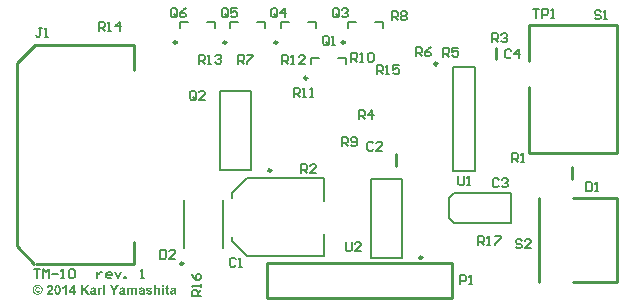
<source format=gto>
G04 Layer_Color=65535*
%FSLAX25Y25*%
%MOIN*%
G70*
G01*
G75*
%ADD21C,0.01000*%
%ADD34C,0.00984*%
%ADD35C,0.00787*%
%ADD36C,0.00500*%
G36*
X195791Y275365D02*
X195828D01*
X195920Y275356D01*
X196017Y275347D01*
X196119Y275328D01*
X196216Y275301D01*
X196258Y275287D01*
X196299Y275268D01*
X196304D01*
X196309Y275264D01*
X196332Y275250D01*
X196369Y275232D01*
X196410Y275204D01*
X196461Y275167D01*
X196507Y275125D01*
X196549Y275074D01*
X196586Y275024D01*
X196590Y275014D01*
X196599Y274996D01*
X196613Y274954D01*
X196618Y274931D01*
X196627Y274899D01*
X196636Y274867D01*
X196641Y274825D01*
X196650Y274779D01*
X196655Y274728D01*
X196660Y274672D01*
X196664Y274612D01*
X196669Y274548D01*
Y274474D01*
X196660Y273758D01*
Y273753D01*
Y273744D01*
Y273730D01*
Y273707D01*
Y273651D01*
X196664Y273587D01*
Y273513D01*
X196674Y273439D01*
X196678Y273365D01*
X196687Y273305D01*
Y273300D01*
X196692Y273282D01*
X196701Y273250D01*
X196710Y273213D01*
X196729Y273166D01*
X196747Y273115D01*
X196771Y273060D01*
X196798Y273000D01*
X196193D01*
Y273005D01*
X196188Y273009D01*
X196184Y273028D01*
X196175Y273046D01*
X196165Y273069D01*
X196156Y273102D01*
X196147Y273139D01*
X196133Y273180D01*
Y273185D01*
X196128Y273189D01*
X196124Y273208D01*
X196114Y273231D01*
X196110Y273250D01*
X196101Y273245D01*
X196082Y273226D01*
X196050Y273199D01*
X196008Y273166D01*
X195957Y273129D01*
X195902Y273088D01*
X195837Y273055D01*
X195773Y273023D01*
X195763Y273019D01*
X195740Y273014D01*
X195703Y273000D01*
X195657Y272986D01*
X195602Y272972D01*
X195537Y272963D01*
X195463Y272954D01*
X195389Y272949D01*
X195357D01*
X195329Y272954D01*
X195301D01*
X195264Y272958D01*
X195186Y272972D01*
X195093Y272995D01*
X195001Y273028D01*
X194909Y273074D01*
X194825Y273139D01*
Y273143D01*
X194816Y273148D01*
X194793Y273176D01*
X194761Y273217D01*
X194724Y273273D01*
X194687Y273342D01*
X194655Y273425D01*
X194631Y273522D01*
X194627Y273573D01*
X194622Y273628D01*
Y273638D01*
Y273661D01*
X194627Y273698D01*
X194636Y273744D01*
X194645Y273799D01*
X194659Y273855D01*
X194682Y273915D01*
X194715Y273975D01*
X194719Y273984D01*
X194733Y274003D01*
X194752Y274030D01*
X194784Y274063D01*
X194816Y274100D01*
X194862Y274141D01*
X194913Y274178D01*
X194973Y274210D01*
X194983Y274215D01*
X195006Y274224D01*
X195043Y274238D01*
X195098Y274261D01*
X195167Y274284D01*
X195250Y274307D01*
X195352Y274331D01*
X195463Y274354D01*
X195468D01*
X195482Y274358D01*
X195505Y274363D01*
X195532Y274367D01*
X195569Y274372D01*
X195611Y274381D01*
X195703Y274405D01*
X195800Y274428D01*
X195902Y274451D01*
X195990Y274478D01*
X196031Y274492D01*
X196064Y274506D01*
Y274566D01*
Y274575D01*
Y274594D01*
X196059Y274626D01*
X196054Y274668D01*
X196040Y274709D01*
X196027Y274751D01*
X196004Y274788D01*
X195971Y274820D01*
X195967Y274825D01*
X195953Y274834D01*
X195930Y274843D01*
X195897Y274862D01*
X195851Y274876D01*
X195796Y274885D01*
X195726Y274894D01*
X195643Y274899D01*
X195615D01*
X195588Y274894D01*
X195551Y274890D01*
X195509Y274880D01*
X195463Y274871D01*
X195421Y274853D01*
X195385Y274830D01*
X195380Y274825D01*
X195371Y274816D01*
X195352Y274802D01*
X195334Y274779D01*
X195306Y274746D01*
X195283Y274705D01*
X195260Y274659D01*
X195237Y274603D01*
X194687Y274705D01*
Y274709D01*
X194692Y274719D01*
X194696Y274737D01*
X194705Y274760D01*
X194715Y274788D01*
X194728Y274820D01*
X194761Y274894D01*
X194807Y274973D01*
X194862Y275056D01*
X194927Y275134D01*
X195006Y275204D01*
X195010D01*
X195015Y275213D01*
X195029Y275218D01*
X195047Y275232D01*
X195075Y275241D01*
X195103Y275255D01*
X195140Y275273D01*
X195177Y275287D01*
X195223Y275301D01*
X195274Y275319D01*
X195329Y275333D01*
X195394Y275342D01*
X195458Y275356D01*
X195532Y275361D01*
X195606Y275370D01*
X195759D01*
X195791Y275365D01*
D02*
G37*
G36*
X199621Y273000D02*
X199007D01*
Y276197D01*
X199621D01*
Y273000D01*
D02*
G37*
G36*
X186782D02*
X186168D01*
Y275315D01*
X186163Y275310D01*
X186154Y275301D01*
X186135Y275287D01*
X186108Y275264D01*
X186075Y275236D01*
X186038Y275208D01*
X185992Y275176D01*
X185941Y275139D01*
X185886Y275102D01*
X185826Y275065D01*
X185761Y275024D01*
X185692Y274987D01*
X185544Y274917D01*
X185378Y274853D01*
Y275407D01*
X185382D01*
X185387Y275412D01*
X185401Y275416D01*
X185419Y275421D01*
X185465Y275444D01*
X185530Y275472D01*
X185609Y275509D01*
X185696Y275559D01*
X185793Y275624D01*
X185895Y275698D01*
X185900Y275703D01*
X185909Y275707D01*
X185923Y275721D01*
X185941Y275740D01*
X185992Y275786D01*
X186047Y275846D01*
X186112Y275920D01*
X186177Y276012D01*
X186237Y276109D01*
X186283Y276216D01*
X186782D01*
Y273000D01*
D02*
G37*
G36*
X189499Y274178D02*
X189896D01*
Y273642D01*
X189499D01*
Y273000D01*
X188907D01*
Y273642D01*
X187595D01*
Y274173D01*
X188981Y276211D01*
X189499D01*
Y274178D01*
D02*
G37*
G36*
X222370Y275365D02*
X222407D01*
X222499Y275356D01*
X222596Y275347D01*
X222698Y275328D01*
X222795Y275301D01*
X222836Y275287D01*
X222878Y275268D01*
X222883D01*
X222887Y275264D01*
X222910Y275250D01*
X222947Y275232D01*
X222989Y275204D01*
X223040Y275167D01*
X223086Y275125D01*
X223128Y275074D01*
X223165Y275024D01*
X223169Y275014D01*
X223178Y274996D01*
X223192Y274954D01*
X223197Y274931D01*
X223206Y274899D01*
X223215Y274867D01*
X223220Y274825D01*
X223229Y274779D01*
X223234Y274728D01*
X223238Y274672D01*
X223243Y274612D01*
X223248Y274548D01*
Y274474D01*
X223238Y273758D01*
Y273753D01*
Y273744D01*
Y273730D01*
Y273707D01*
Y273651D01*
X223243Y273587D01*
Y273513D01*
X223252Y273439D01*
X223257Y273365D01*
X223266Y273305D01*
Y273300D01*
X223271Y273282D01*
X223280Y273250D01*
X223289Y273213D01*
X223308Y273166D01*
X223326Y273115D01*
X223349Y273060D01*
X223377Y273000D01*
X222772D01*
Y273005D01*
X222767Y273009D01*
X222763Y273028D01*
X222753Y273046D01*
X222744Y273069D01*
X222735Y273102D01*
X222726Y273139D01*
X222712Y273180D01*
Y273185D01*
X222707Y273189D01*
X222703Y273208D01*
X222693Y273231D01*
X222689Y273250D01*
X222679Y273245D01*
X222661Y273226D01*
X222629Y273199D01*
X222587Y273166D01*
X222536Y273129D01*
X222481Y273088D01*
X222416Y273055D01*
X222351Y273023D01*
X222342Y273019D01*
X222319Y273014D01*
X222282Y273000D01*
X222236Y272986D01*
X222181Y272972D01*
X222116Y272963D01*
X222042Y272954D01*
X221968Y272949D01*
X221936D01*
X221908Y272954D01*
X221880D01*
X221843Y272958D01*
X221765Y272972D01*
X221672Y272995D01*
X221580Y273028D01*
X221487Y273074D01*
X221404Y273139D01*
Y273143D01*
X221395Y273148D01*
X221372Y273176D01*
X221340Y273217D01*
X221303Y273273D01*
X221266Y273342D01*
X221233Y273425D01*
X221210Y273522D01*
X221206Y273573D01*
X221201Y273628D01*
Y273638D01*
Y273661D01*
X221206Y273698D01*
X221215Y273744D01*
X221224Y273799D01*
X221238Y273855D01*
X221261Y273915D01*
X221293Y273975D01*
X221298Y273984D01*
X221312Y274003D01*
X221330Y274030D01*
X221363Y274063D01*
X221395Y274100D01*
X221441Y274141D01*
X221492Y274178D01*
X221552Y274210D01*
X221561Y274215D01*
X221585Y274224D01*
X221621Y274238D01*
X221677Y274261D01*
X221746Y274284D01*
X221829Y274307D01*
X221931Y274331D01*
X222042Y274354D01*
X222046D01*
X222060Y274358D01*
X222083Y274363D01*
X222111Y274367D01*
X222148Y274372D01*
X222190Y274381D01*
X222282Y274405D01*
X222379Y274428D01*
X222481Y274451D01*
X222569Y274478D01*
X222610Y274492D01*
X222642Y274506D01*
Y274566D01*
Y274575D01*
Y274594D01*
X222638Y274626D01*
X222633Y274668D01*
X222619Y274709D01*
X222605Y274751D01*
X222582Y274788D01*
X222550Y274820D01*
X222546Y274825D01*
X222532Y274834D01*
X222509Y274843D01*
X222476Y274862D01*
X222430Y274876D01*
X222375Y274885D01*
X222305Y274894D01*
X222222Y274899D01*
X222194D01*
X222167Y274894D01*
X222130Y274890D01*
X222088Y274880D01*
X222042Y274871D01*
X222000Y274853D01*
X221963Y274830D01*
X221959Y274825D01*
X221950Y274816D01*
X221931Y274802D01*
X221913Y274779D01*
X221885Y274746D01*
X221862Y274705D01*
X221839Y274659D01*
X221815Y274603D01*
X221266Y274705D01*
Y274709D01*
X221270Y274719D01*
X221275Y274737D01*
X221284Y274760D01*
X221293Y274788D01*
X221307Y274820D01*
X221340Y274894D01*
X221386Y274973D01*
X221441Y275056D01*
X221506Y275134D01*
X221585Y275204D01*
X221589D01*
X221594Y275213D01*
X221608Y275218D01*
X221626Y275232D01*
X221654Y275241D01*
X221681Y275255D01*
X221719Y275273D01*
X221755Y275287D01*
X221802Y275301D01*
X221852Y275319D01*
X221908Y275333D01*
X221973Y275342D01*
X222037Y275356D01*
X222111Y275361D01*
X222185Y275370D01*
X222338D01*
X222370Y275365D01*
D02*
G37*
G36*
X211938D02*
X211975D01*
X212067Y275356D01*
X212164Y275347D01*
X212266Y275328D01*
X212363Y275301D01*
X212405Y275287D01*
X212446Y275268D01*
X212451D01*
X212455Y275264D01*
X212478Y275250D01*
X212515Y275232D01*
X212557Y275204D01*
X212608Y275167D01*
X212654Y275125D01*
X212696Y275074D01*
X212733Y275024D01*
X212737Y275014D01*
X212746Y274996D01*
X212760Y274954D01*
X212765Y274931D01*
X212774Y274899D01*
X212783Y274867D01*
X212788Y274825D01*
X212797Y274779D01*
X212802Y274728D01*
X212807Y274672D01*
X212811Y274612D01*
X212816Y274548D01*
Y274474D01*
X212807Y273758D01*
Y273753D01*
Y273744D01*
Y273730D01*
Y273707D01*
Y273651D01*
X212811Y273587D01*
Y273513D01*
X212820Y273439D01*
X212825Y273365D01*
X212834Y273305D01*
Y273300D01*
X212839Y273282D01*
X212848Y273250D01*
X212857Y273213D01*
X212876Y273166D01*
X212894Y273115D01*
X212917Y273060D01*
X212945Y273000D01*
X212340D01*
Y273005D01*
X212335Y273009D01*
X212331Y273028D01*
X212321Y273046D01*
X212312Y273069D01*
X212303Y273102D01*
X212294Y273139D01*
X212280Y273180D01*
Y273185D01*
X212275Y273189D01*
X212271Y273208D01*
X212261Y273231D01*
X212257Y273250D01*
X212247Y273245D01*
X212229Y273226D01*
X212197Y273199D01*
X212155Y273166D01*
X212104Y273129D01*
X212049Y273088D01*
X211984Y273055D01*
X211919Y273023D01*
X211910Y273019D01*
X211887Y273014D01*
X211850Y273000D01*
X211804Y272986D01*
X211749Y272972D01*
X211684Y272963D01*
X211610Y272954D01*
X211536Y272949D01*
X211504D01*
X211476Y272954D01*
X211448D01*
X211411Y272958D01*
X211333Y272972D01*
X211240Y272995D01*
X211148Y273028D01*
X211055Y273074D01*
X210972Y273139D01*
Y273143D01*
X210963Y273148D01*
X210940Y273176D01*
X210908Y273217D01*
X210871Y273273D01*
X210834Y273342D01*
X210801Y273425D01*
X210778Y273522D01*
X210774Y273573D01*
X210769Y273628D01*
Y273638D01*
Y273661D01*
X210774Y273698D01*
X210783Y273744D01*
X210792Y273799D01*
X210806Y273855D01*
X210829Y273915D01*
X210861Y273975D01*
X210866Y273984D01*
X210880Y274003D01*
X210898Y274030D01*
X210931Y274063D01*
X210963Y274100D01*
X211009Y274141D01*
X211060Y274178D01*
X211120Y274210D01*
X211129Y274215D01*
X211153Y274224D01*
X211190Y274238D01*
X211245Y274261D01*
X211314Y274284D01*
X211397Y274307D01*
X211499Y274331D01*
X211610Y274354D01*
X211614D01*
X211628Y274358D01*
X211651Y274363D01*
X211679Y274367D01*
X211716Y274372D01*
X211758Y274381D01*
X211850Y274405D01*
X211947Y274428D01*
X212049Y274451D01*
X212137Y274478D01*
X212178Y274492D01*
X212210Y274506D01*
Y274566D01*
Y274575D01*
Y274594D01*
X212206Y274626D01*
X212201Y274668D01*
X212187Y274709D01*
X212174Y274751D01*
X212151Y274788D01*
X212118Y274820D01*
X212113Y274825D01*
X212100Y274834D01*
X212076Y274843D01*
X212044Y274862D01*
X211998Y274876D01*
X211943Y274885D01*
X211873Y274894D01*
X211790Y274899D01*
X211762D01*
X211735Y274894D01*
X211698Y274890D01*
X211656Y274880D01*
X211610Y274871D01*
X211568Y274853D01*
X211531Y274830D01*
X211527Y274825D01*
X211518Y274816D01*
X211499Y274802D01*
X211481Y274779D01*
X211453Y274746D01*
X211430Y274705D01*
X211407Y274659D01*
X211384Y274603D01*
X210834Y274705D01*
Y274709D01*
X210838Y274719D01*
X210843Y274737D01*
X210852Y274760D01*
X210861Y274788D01*
X210875Y274820D01*
X210908Y274894D01*
X210954Y274973D01*
X211009Y275056D01*
X211074Y275134D01*
X211153Y275204D01*
X211157D01*
X211162Y275213D01*
X211176Y275218D01*
X211194Y275232D01*
X211222Y275241D01*
X211250Y275255D01*
X211286Y275273D01*
X211323Y275287D01*
X211370Y275301D01*
X211420Y275319D01*
X211476Y275333D01*
X211541Y275342D01*
X211605Y275356D01*
X211679Y275361D01*
X211753Y275370D01*
X211906D01*
X211938Y275365D01*
D02*
G37*
G36*
X205479D02*
X205516D01*
X205609Y275356D01*
X205706Y275347D01*
X205807Y275328D01*
X205904Y275301D01*
X205946Y275287D01*
X205987Y275268D01*
X205992D01*
X205997Y275264D01*
X206020Y275250D01*
X206057Y275232D01*
X206098Y275204D01*
X206149Y275167D01*
X206195Y275125D01*
X206237Y275074D01*
X206274Y275024D01*
X206278Y275014D01*
X206288Y274996D01*
X206301Y274954D01*
X206306Y274931D01*
X206315Y274899D01*
X206325Y274867D01*
X206329Y274825D01*
X206339Y274779D01*
X206343Y274728D01*
X206348Y274672D01*
X206352Y274612D01*
X206357Y274548D01*
Y274474D01*
X206348Y273758D01*
Y273753D01*
Y273744D01*
Y273730D01*
Y273707D01*
Y273651D01*
X206352Y273587D01*
Y273513D01*
X206362Y273439D01*
X206366Y273365D01*
X206376Y273305D01*
Y273300D01*
X206380Y273282D01*
X206389Y273250D01*
X206399Y273213D01*
X206417Y273166D01*
X206435Y273115D01*
X206459Y273060D01*
X206486Y273000D01*
X205881D01*
Y273005D01*
X205876Y273009D01*
X205872Y273028D01*
X205863Y273046D01*
X205853Y273069D01*
X205844Y273102D01*
X205835Y273139D01*
X205821Y273180D01*
Y273185D01*
X205816Y273189D01*
X205812Y273208D01*
X205803Y273231D01*
X205798Y273250D01*
X205789Y273245D01*
X205770Y273226D01*
X205738Y273199D01*
X205696Y273166D01*
X205645Y273129D01*
X205590Y273088D01*
X205525Y273055D01*
X205461Y273023D01*
X205451Y273019D01*
X205428Y273014D01*
X205391Y273000D01*
X205345Y272986D01*
X205290Y272972D01*
X205225Y272963D01*
X205151Y272954D01*
X205077Y272949D01*
X205045D01*
X205017Y272954D01*
X204990D01*
X204953Y272958D01*
X204874Y272972D01*
X204782Y272995D01*
X204689Y273028D01*
X204597Y273074D01*
X204514Y273139D01*
Y273143D01*
X204504Y273148D01*
X204481Y273176D01*
X204449Y273217D01*
X204412Y273273D01*
X204375Y273342D01*
X204343Y273425D01*
X204320Y273522D01*
X204315Y273573D01*
X204310Y273628D01*
Y273638D01*
Y273661D01*
X204315Y273698D01*
X204324Y273744D01*
X204333Y273799D01*
X204347Y273855D01*
X204370Y273915D01*
X204403Y273975D01*
X204407Y273984D01*
X204421Y274003D01*
X204440Y274030D01*
X204472Y274063D01*
X204504Y274100D01*
X204551Y274141D01*
X204601Y274178D01*
X204661Y274210D01*
X204671Y274215D01*
X204694Y274224D01*
X204731Y274238D01*
X204786Y274261D01*
X204855Y274284D01*
X204939Y274307D01*
X205040Y274331D01*
X205151Y274354D01*
X205156D01*
X205170Y274358D01*
X205193Y274363D01*
X205221Y274367D01*
X205257Y274372D01*
X205299Y274381D01*
X205391Y274405D01*
X205488Y274428D01*
X205590Y274451D01*
X205678Y274478D01*
X205719Y274492D01*
X205752Y274506D01*
Y274566D01*
Y274575D01*
Y274594D01*
X205747Y274626D01*
X205743Y274668D01*
X205729Y274709D01*
X205715Y274751D01*
X205692Y274788D01*
X205659Y274820D01*
X205655Y274825D01*
X205641Y274834D01*
X205618Y274843D01*
X205585Y274862D01*
X205539Y274876D01*
X205484Y274885D01*
X205415Y274894D01*
X205331Y274899D01*
X205304D01*
X205276Y274894D01*
X205239Y274890D01*
X205197Y274880D01*
X205151Y274871D01*
X205110Y274853D01*
X205073Y274830D01*
X205068Y274825D01*
X205059Y274816D01*
X205040Y274802D01*
X205022Y274779D01*
X204994Y274746D01*
X204971Y274705D01*
X204948Y274659D01*
X204925Y274603D01*
X204375Y274705D01*
Y274709D01*
X204380Y274719D01*
X204384Y274737D01*
X204394Y274760D01*
X204403Y274788D01*
X204417Y274820D01*
X204449Y274894D01*
X204495Y274973D01*
X204551Y275056D01*
X204615Y275134D01*
X204694Y275204D01*
X204698D01*
X204703Y275213D01*
X204717Y275218D01*
X204735Y275232D01*
X204763Y275241D01*
X204791Y275255D01*
X204828Y275273D01*
X204865Y275287D01*
X204911Y275301D01*
X204962Y275319D01*
X205017Y275333D01*
X205082Y275342D01*
X205147Y275356D01*
X205221Y275361D01*
X205294Y275370D01*
X205447D01*
X205479Y275365D01*
D02*
G37*
G36*
X219247Y273000D02*
X218632D01*
Y275319D01*
X219247D01*
Y273000D01*
D02*
G37*
G36*
X216512Y275014D02*
X216516Y275019D01*
X216526Y275028D01*
X216544Y275047D01*
X216563Y275070D01*
X216595Y275097D01*
X216627Y275125D01*
X216669Y275157D01*
X216710Y275195D01*
X216761Y275227D01*
X216817Y275259D01*
X216937Y275315D01*
X217002Y275338D01*
X217071Y275356D01*
X217145Y275365D01*
X217219Y275370D01*
X217256D01*
X217297Y275365D01*
X217348Y275361D01*
X217408Y275352D01*
X217468Y275333D01*
X217537Y275315D01*
X217602Y275287D01*
X217611Y275282D01*
X217630Y275273D01*
X217662Y275255D01*
X217699Y275232D01*
X217741Y275204D01*
X217782Y275171D01*
X217824Y275130D01*
X217861Y275088D01*
X217865Y275084D01*
X217875Y275065D01*
X217888Y275042D01*
X217907Y275010D01*
X217930Y274968D01*
X217949Y274922D01*
X217967Y274871D01*
X217981Y274816D01*
Y274811D01*
X217986Y274788D01*
X217990Y274751D01*
X217999Y274705D01*
X218004Y274640D01*
X218009Y274562D01*
X218013Y274469D01*
Y274358D01*
Y273000D01*
X217399D01*
Y274220D01*
Y274224D01*
Y274234D01*
Y274252D01*
Y274280D01*
Y274307D01*
Y274340D01*
X217394Y274414D01*
X217389Y274492D01*
X217385Y274571D01*
X217376Y274636D01*
X217366Y274659D01*
X217362Y274682D01*
Y274686D01*
X217353Y274700D01*
X217343Y274714D01*
X217334Y274737D01*
X217292Y274788D01*
X217269Y274816D01*
X217237Y274839D01*
X217232Y274843D01*
X217223Y274848D01*
X217200Y274857D01*
X217177Y274871D01*
X217145Y274880D01*
X217108Y274890D01*
X217061Y274894D01*
X217015Y274899D01*
X216988D01*
X216960Y274894D01*
X216923Y274890D01*
X216881Y274880D01*
X216835Y274867D01*
X216789Y274848D01*
X216743Y274820D01*
X216738Y274816D01*
X216724Y274806D01*
X216701Y274788D01*
X216678Y274765D01*
X216646Y274732D01*
X216618Y274695D01*
X216590Y274649D01*
X216567Y274599D01*
Y274594D01*
X216558Y274571D01*
X216549Y274538D01*
X216540Y274488D01*
X216530Y274428D01*
X216521Y274349D01*
X216516Y274261D01*
X216512Y274160D01*
Y273000D01*
X215897D01*
Y276197D01*
X216512D01*
Y275014D01*
D02*
G37*
G36*
X181377Y276211D02*
X181418Y276206D01*
X181464Y276202D01*
X181515Y276192D01*
X181571Y276183D01*
X181691Y276151D01*
X181811Y276105D01*
X181876Y276077D01*
X181931Y276045D01*
X181991Y276003D01*
X182042Y275957D01*
X182046Y275952D01*
X182056Y275948D01*
X182065Y275929D01*
X182083Y275911D01*
X182107Y275887D01*
X182130Y275855D01*
X182153Y275823D01*
X182181Y275781D01*
X182227Y275689D01*
X182273Y275583D01*
X182291Y275522D01*
X182301Y275458D01*
X182310Y275389D01*
X182315Y275319D01*
Y275310D01*
Y275282D01*
X182310Y275241D01*
X182305Y275190D01*
X182296Y275125D01*
X182282Y275056D01*
X182264Y274982D01*
X182236Y274908D01*
X182231Y274899D01*
X182222Y274876D01*
X182204Y274834D01*
X182176Y274783D01*
X182144Y274723D01*
X182102Y274654D01*
X182051Y274580D01*
X181991Y274501D01*
X181986Y274497D01*
X181968Y274474D01*
X181940Y274441D01*
X181899Y274395D01*
X181843Y274340D01*
X181774Y274266D01*
X181691Y274187D01*
X181589Y274090D01*
X181585Y274086D01*
X181575Y274081D01*
X181561Y274067D01*
X181543Y274049D01*
X181492Y274003D01*
X181432Y273947D01*
X181372Y273887D01*
X181312Y273827D01*
X181256Y273776D01*
X181238Y273753D01*
X181220Y273735D01*
X181215Y273730D01*
X181206Y273721D01*
X181192Y273702D01*
X181173Y273679D01*
X181132Y273628D01*
X181095Y273568D01*
X182315D01*
Y273000D01*
X180166D01*
Y273005D01*
Y273014D01*
X180171Y273032D01*
X180175Y273055D01*
X180180Y273083D01*
X180185Y273115D01*
X180203Y273199D01*
X180231Y273291D01*
X180268Y273393D01*
X180314Y273504D01*
X180374Y273610D01*
Y273615D01*
X180383Y273624D01*
X180393Y273642D01*
X180411Y273661D01*
X180429Y273693D01*
X180457Y273725D01*
X180490Y273767D01*
X180527Y273813D01*
X180568Y273869D01*
X180619Y273924D01*
X180674Y273989D01*
X180739Y274058D01*
X180808Y274127D01*
X180887Y274206D01*
X180970Y274289D01*
X181062Y274377D01*
X181067Y274381D01*
X181081Y274395D01*
X181099Y274414D01*
X181127Y274441D01*
X181164Y274469D01*
X181201Y274506D01*
X181284Y274589D01*
X181367Y274677D01*
X181451Y274765D01*
X181488Y274802D01*
X181525Y274843D01*
X181552Y274876D01*
X181571Y274903D01*
X181575Y274913D01*
X181589Y274936D01*
X181612Y274973D01*
X181635Y275024D01*
X181658Y275079D01*
X181682Y275144D01*
X181695Y275208D01*
X181700Y275278D01*
Y275282D01*
Y275287D01*
Y275310D01*
X181695Y275352D01*
X181686Y275398D01*
X181672Y275449D01*
X181654Y275499D01*
X181626Y275550D01*
X181589Y275596D01*
X181585Y275601D01*
X181571Y275615D01*
X181543Y275633D01*
X181511Y275652D01*
X181464Y275670D01*
X181414Y275689D01*
X181353Y275703D01*
X181284Y275707D01*
X181252D01*
X181215Y275703D01*
X181173Y275693D01*
X181123Y275680D01*
X181072Y275657D01*
X181021Y275629D01*
X180975Y275592D01*
X180970Y275587D01*
X180956Y275569D01*
X180938Y275541D01*
X180919Y275499D01*
X180896Y275449D01*
X180878Y275379D01*
X180859Y275301D01*
X180850Y275208D01*
X180240Y275268D01*
Y275273D01*
X180245Y275291D01*
Y275315D01*
X180254Y275352D01*
X180259Y275393D01*
X180272Y275439D01*
X180286Y275490D01*
X180300Y275550D01*
X180346Y275666D01*
X180402Y275786D01*
X180439Y275846D01*
X180480Y275901D01*
X180527Y275948D01*
X180577Y275994D01*
X180582Y275998D01*
X180591Y276003D01*
X180605Y276012D01*
X180628Y276031D01*
X180656Y276045D01*
X180693Y276063D01*
X180730Y276086D01*
X180776Y276105D01*
X180827Y276128D01*
X180882Y276146D01*
X181002Y276183D01*
X181146Y276206D01*
X181220Y276211D01*
X181298Y276216D01*
X181344D01*
X181377Y276211D01*
D02*
G37*
G36*
X198415Y275365D02*
X198466Y275356D01*
X198531Y275342D01*
X198600Y275319D01*
X198669Y275291D01*
X198743Y275250D01*
X198549Y274719D01*
X198545Y274723D01*
X198521Y274732D01*
X198494Y274751D01*
X198457Y274769D01*
X198411Y274788D01*
X198364Y274806D01*
X198314Y274816D01*
X198263Y274820D01*
X198244D01*
X198216Y274816D01*
X198189Y274811D01*
X198156Y274802D01*
X198119Y274788D01*
X198083Y274769D01*
X198046Y274746D01*
X198041Y274742D01*
X198032Y274732D01*
X198013Y274714D01*
X197995Y274686D01*
X197972Y274654D01*
X197949Y274608D01*
X197925Y274552D01*
X197907Y274488D01*
Y274478D01*
X197902Y274465D01*
X197898Y274451D01*
Y274428D01*
X197893Y274400D01*
X197889Y274363D01*
X197884Y274321D01*
X197879Y274275D01*
X197875Y274215D01*
X197870Y274155D01*
Y274081D01*
X197865Y274003D01*
X197861Y273915D01*
Y273818D01*
Y273711D01*
Y273000D01*
X197246D01*
Y275319D01*
X197815D01*
Y274991D01*
X197819Y274996D01*
X197838Y275024D01*
X197865Y275065D01*
X197902Y275116D01*
X197939Y275167D01*
X197985Y275218D01*
X198027Y275264D01*
X198073Y275296D01*
X198078Y275301D01*
X198092Y275310D01*
X198119Y275319D01*
X198152Y275333D01*
X198189Y275347D01*
X198235Y275361D01*
X198281Y275365D01*
X198337Y275370D01*
X198374D01*
X198415Y275365D01*
D02*
G37*
G36*
X202984Y274340D02*
Y273000D01*
X202338D01*
Y274344D01*
X201169Y276197D01*
X201922D01*
X202675Y274931D01*
X203409Y276197D01*
X204153D01*
X202984Y274340D01*
D02*
G37*
G36*
X219247Y275629D02*
X218632D01*
Y276197D01*
X219247D01*
Y275629D01*
D02*
G37*
G36*
X209651Y275365D02*
X209711Y275356D01*
X209780Y275342D01*
X209850Y275324D01*
X209924Y275301D01*
X209993Y275264D01*
X210002Y275259D01*
X210021Y275245D01*
X210053Y275222D01*
X210095Y275190D01*
X210136Y275144D01*
X210182Y275093D01*
X210224Y275033D01*
X210261Y274959D01*
X210265Y274954D01*
X210270Y274931D01*
X210279Y274894D01*
X210293Y274843D01*
X210307Y274779D01*
X210316Y274695D01*
X210321Y274594D01*
X210326Y274478D01*
Y273000D01*
X209711D01*
Y274321D01*
Y274326D01*
Y274335D01*
Y274354D01*
Y274377D01*
X209706Y274437D01*
X209702Y274506D01*
X209697Y274580D01*
X209683Y274654D01*
X209669Y274719D01*
X209656Y274742D01*
X209646Y274765D01*
X209642Y274769D01*
X209628Y274788D01*
X209610Y274806D01*
X209582Y274834D01*
X209545Y274857D01*
X209499Y274880D01*
X209443Y274894D01*
X209383Y274899D01*
X209360D01*
X209337Y274894D01*
X209304Y274890D01*
X209268Y274880D01*
X209226Y274867D01*
X209180Y274848D01*
X209138Y274820D01*
X209134Y274816D01*
X209120Y274806D01*
X209101Y274788D01*
X209078Y274760D01*
X209050Y274728D01*
X209023Y274691D01*
X209000Y274645D01*
X208977Y274589D01*
Y274580D01*
X208967Y274562D01*
X208963Y274525D01*
X208953Y274474D01*
X208944Y274405D01*
X208940Y274321D01*
X208930Y274224D01*
Y274109D01*
Y273000D01*
X208316D01*
Y274266D01*
Y274271D01*
Y274280D01*
Y274298D01*
Y274321D01*
Y274377D01*
X208311Y274446D01*
X208307Y274520D01*
X208302Y274589D01*
X208293Y274654D01*
X208283Y274682D01*
X208279Y274700D01*
Y274705D01*
X208274Y274719D01*
X208265Y274737D01*
X208256Y274756D01*
X208224Y274806D01*
X208200Y274830D01*
X208177Y274848D01*
X208173Y274853D01*
X208163Y274857D01*
X208150Y274867D01*
X208131Y274876D01*
X208103Y274885D01*
X208071Y274890D01*
X208034Y274899D01*
X207969D01*
X207942Y274894D01*
X207909Y274890D01*
X207868Y274880D01*
X207826Y274867D01*
X207785Y274848D01*
X207738Y274820D01*
X207734Y274816D01*
X207720Y274806D01*
X207701Y274788D01*
X207678Y274765D01*
X207651Y274732D01*
X207623Y274695D01*
X207600Y274649D01*
X207577Y274599D01*
Y274594D01*
X207567Y274571D01*
X207563Y274534D01*
X207554Y274488D01*
X207544Y274418D01*
X207540Y274340D01*
X207530Y274238D01*
Y274123D01*
Y273000D01*
X206916D01*
Y275319D01*
X207480D01*
Y275001D01*
X207484Y275005D01*
X207493Y275014D01*
X207512Y275033D01*
X207535Y275061D01*
X207563Y275088D01*
X207595Y275116D01*
X207637Y275153D01*
X207683Y275185D01*
X207734Y275218D01*
X207789Y275255D01*
X207909Y275315D01*
X207979Y275338D01*
X208048Y275356D01*
X208122Y275365D01*
X208200Y275370D01*
X208237D01*
X208279Y275365D01*
X208330Y275361D01*
X208390Y275347D01*
X208454Y275333D01*
X208519Y275310D01*
X208584Y275278D01*
X208593Y275273D01*
X208611Y275259D01*
X208644Y275241D01*
X208681Y275208D01*
X208722Y275167D01*
X208769Y275121D01*
X208815Y275061D01*
X208856Y274996D01*
X208866Y275005D01*
X208884Y275028D01*
X208912Y275061D01*
X208953Y275102D01*
X209004Y275148D01*
X209060Y275195D01*
X209120Y275241D01*
X209184Y275278D01*
X209194Y275282D01*
X209217Y275291D01*
X209254Y275305D01*
X209300Y275324D01*
X209355Y275342D01*
X209420Y275356D01*
X209489Y275365D01*
X209563Y275370D01*
X209605D01*
X209651Y275365D01*
D02*
G37*
G36*
X177246Y276257D02*
X177283D01*
X177330Y276253D01*
X177380Y276243D01*
X177436Y276234D01*
X177560Y276211D01*
X177699Y276169D01*
X177847Y276118D01*
X177921Y276081D01*
X177995Y276045D01*
X177999Y276040D01*
X178013Y276035D01*
X178032Y276022D01*
X178059Y276003D01*
X178092Y275980D01*
X178133Y275957D01*
X178175Y275924D01*
X178221Y275887D01*
X178272Y275846D01*
X178323Y275800D01*
X178425Y275693D01*
X178526Y275569D01*
X178619Y275426D01*
X178623Y275421D01*
X178628Y275407D01*
X178642Y275384D01*
X178656Y275356D01*
X178669Y275319D01*
X178692Y275278D01*
X178711Y275227D01*
X178734Y275171D01*
X178753Y275111D01*
X178776Y275047D01*
X178808Y274903D01*
X178836Y274751D01*
X178840Y274672D01*
X178845Y274589D01*
Y274585D01*
Y274571D01*
Y274548D01*
X178840Y274515D01*
Y274478D01*
X178836Y274432D01*
X178826Y274381D01*
X178817Y274321D01*
X178803Y274261D01*
X178789Y274197D01*
X178753Y274053D01*
X178697Y273905D01*
X178660Y273832D01*
X178623Y273758D01*
X178619Y273753D01*
X178614Y273739D01*
X178600Y273721D01*
X178582Y273693D01*
X178558Y273661D01*
X178531Y273619D01*
X178498Y273577D01*
X178461Y273531D01*
X178420Y273481D01*
X178374Y273434D01*
X178267Y273328D01*
X178143Y273231D01*
X178004Y273139D01*
X177999D01*
X177986Y273129D01*
X177963Y273120D01*
X177935Y273106D01*
X177898Y273088D01*
X177856Y273069D01*
X177805Y273051D01*
X177750Y273032D01*
X177690Y273009D01*
X177625Y272991D01*
X177487Y272954D01*
X177334Y272931D01*
X177256Y272926D01*
X177172Y272921D01*
X177131D01*
X177099Y272926D01*
X177057D01*
X177011Y272935D01*
X176960Y272940D01*
X176904Y272949D01*
X176840Y272958D01*
X176775Y272977D01*
X176637Y273014D01*
X176489Y273069D01*
X176410Y273102D01*
X176336Y273139D01*
X176332Y273143D01*
X176318Y273148D01*
X176299Y273162D01*
X176271Y273180D01*
X176239Y273203D01*
X176198Y273231D01*
X176156Y273263D01*
X176110Y273300D01*
X176059Y273342D01*
X176013Y273388D01*
X175907Y273494D01*
X175810Y273619D01*
X175717Y273758D01*
Y273762D01*
X175708Y273776D01*
X175699Y273799D01*
X175685Y273827D01*
X175666Y273864D01*
X175648Y273905D01*
X175629Y273956D01*
X175611Y274012D01*
X175588Y274072D01*
X175569Y274136D01*
X175532Y274275D01*
X175509Y274428D01*
X175505Y274511D01*
X175500Y274589D01*
Y274594D01*
Y274608D01*
Y274631D01*
X175505Y274663D01*
Y274705D01*
X175514Y274751D01*
X175519Y274802D01*
X175528Y274857D01*
X175542Y274922D01*
X175555Y274987D01*
X175592Y275125D01*
X175648Y275278D01*
X175685Y275352D01*
X175722Y275426D01*
X175726Y275430D01*
X175731Y275444D01*
X175745Y275463D01*
X175763Y275490D01*
X175786Y275527D01*
X175814Y275564D01*
X175847Y275606D01*
X175883Y275652D01*
X175971Y275753D01*
X176077Y275855D01*
X176202Y275957D01*
X176341Y276045D01*
X176346Y276049D01*
X176359Y276054D01*
X176382Y276063D01*
X176410Y276077D01*
X176447Y276095D01*
X176489Y276114D01*
X176540Y276132D01*
X176595Y276155D01*
X176655Y276174D01*
X176720Y276192D01*
X176858Y276229D01*
X177011Y276253D01*
X177094Y276262D01*
X177214D01*
X177246Y276257D01*
D02*
G37*
G36*
X183844Y276211D02*
X183881Y276206D01*
X183927Y276197D01*
X183973Y276188D01*
X184028Y276174D01*
X184089Y276155D01*
X184144Y276132D01*
X184204Y276109D01*
X184264Y276077D01*
X184324Y276035D01*
X184384Y275994D01*
X184440Y275943D01*
X184491Y275883D01*
X184495Y275878D01*
X184504Y275864D01*
X184518Y275841D01*
X184541Y275809D01*
X184564Y275763D01*
X184592Y275707D01*
X184620Y275647D01*
X184648Y275569D01*
X184675Y275486D01*
X184708Y275389D01*
X184731Y275282D01*
X184754Y275162D01*
X184777Y275033D01*
X184791Y274894D01*
X184800Y274742D01*
X184805Y274575D01*
Y274571D01*
Y274566D01*
Y274552D01*
Y274534D01*
Y274488D01*
X184800Y274428D01*
X184795Y274354D01*
X184786Y274266D01*
X184777Y274173D01*
X184768Y274072D01*
X184749Y273966D01*
X184726Y273855D01*
X184703Y273748D01*
X184671Y273642D01*
X184638Y273536D01*
X184592Y273439D01*
X184546Y273346D01*
X184491Y273268D01*
X184486Y273263D01*
X184477Y273254D01*
X184463Y273236D01*
X184444Y273217D01*
X184417Y273194D01*
X184384Y273166D01*
X184343Y273134D01*
X184301Y273106D01*
X184250Y273074D01*
X184200Y273042D01*
X184139Y273014D01*
X184075Y272991D01*
X184005Y272972D01*
X183927Y272954D01*
X183848Y272945D01*
X183765Y272940D01*
X183747D01*
X183719Y272945D01*
X183687D01*
X183650Y272949D01*
X183604Y272958D01*
X183553Y272968D01*
X183497Y272986D01*
X183437Y273005D01*
X183377Y273028D01*
X183312Y273055D01*
X183252Y273092D01*
X183188Y273129D01*
X183128Y273180D01*
X183068Y273231D01*
X183012Y273296D01*
X183008Y273300D01*
X182998Y273314D01*
X182984Y273337D01*
X182970Y273365D01*
X182947Y273407D01*
X182924Y273457D01*
X182897Y273522D01*
X182873Y273591D01*
X182846Y273675D01*
X182818Y273767D01*
X182795Y273873D01*
X182776Y273989D01*
X182758Y274118D01*
X182744Y274261D01*
X182735Y274414D01*
X182730Y274580D01*
Y274585D01*
Y274589D01*
Y274603D01*
Y274622D01*
Y274668D01*
X182735Y274728D01*
X182739Y274802D01*
X182749Y274890D01*
X182758Y274982D01*
X182767Y275084D01*
X182786Y275190D01*
X182804Y275296D01*
X182832Y275407D01*
X182860Y275513D01*
X182897Y275615D01*
X182938Y275712D01*
X182984Y275804D01*
X183040Y275883D01*
X183045Y275887D01*
X183054Y275897D01*
X183068Y275915D01*
X183091Y275934D01*
X183114Y275961D01*
X183146Y275989D01*
X183188Y276017D01*
X183229Y276049D01*
X183280Y276081D01*
X183331Y276109D01*
X183391Y276137D01*
X183456Y276165D01*
X183525Y276183D01*
X183604Y276202D01*
X183682Y276211D01*
X183765Y276216D01*
X183811D01*
X183844Y276211D01*
D02*
G37*
G36*
X220522Y275319D02*
X220942D01*
Y274830D01*
X220522D01*
Y273892D01*
Y273887D01*
Y273878D01*
Y273864D01*
Y273846D01*
Y273799D01*
Y273744D01*
X220527Y273688D01*
Y273633D01*
Y273591D01*
X220531Y273573D01*
Y273564D01*
X220536Y273554D01*
X220545Y273536D01*
X220559Y273513D01*
X220587Y273485D01*
X220596Y273481D01*
X220614Y273471D01*
X220647Y273462D01*
X220688Y273457D01*
X220707D01*
X220725Y273462D01*
X220753Y273467D01*
X220790Y273471D01*
X220831Y273481D01*
X220882Y273494D01*
X220938Y273513D01*
X220993Y273037D01*
X220988D01*
X220984Y273032D01*
X220956Y273023D01*
X220910Y273009D01*
X220850Y272995D01*
X220781Y272977D01*
X220697Y272963D01*
X220605Y272954D01*
X220508Y272949D01*
X220480D01*
X220448Y272954D01*
X220406Y272958D01*
X220360Y272963D01*
X220309Y272972D01*
X220259Y272986D01*
X220208Y273005D01*
X220203Y273009D01*
X220185Y273014D01*
X220162Y273028D01*
X220134Y273042D01*
X220069Y273088D01*
X220037Y273115D01*
X220009Y273148D01*
X220005Y273152D01*
X220000Y273166D01*
X219991Y273185D01*
X219977Y273213D01*
X219963Y273245D01*
X219949Y273286D01*
X219935Y273333D01*
X219926Y273383D01*
Y273388D01*
X219921Y273407D01*
Y273434D01*
X219917Y273481D01*
X219912Y273540D01*
Y273615D01*
X219907Y273656D01*
Y273707D01*
Y273758D01*
Y273818D01*
Y274830D01*
X219626D01*
Y275319D01*
X219907D01*
Y275781D01*
X220522Y276142D01*
Y275319D01*
D02*
G37*
G36*
X193185Y274950D02*
X194456Y273000D01*
X193620D01*
X192737Y274501D01*
X192215Y273966D01*
Y273000D01*
X191568D01*
Y276197D01*
X192215D01*
Y274774D01*
X193527Y276197D01*
X194396D01*
X193185Y274950D01*
D02*
G37*
G36*
X214377Y275365D02*
X214423Y275361D01*
X214474Y275356D01*
X214530Y275352D01*
X214645Y275333D01*
X214761Y275305D01*
X214872Y275264D01*
X214922Y275241D01*
X214969Y275213D01*
X214973D01*
X214978Y275204D01*
X215006Y275185D01*
X215047Y275148D01*
X215093Y275097D01*
X215149Y275037D01*
X215200Y274959D01*
X215250Y274867D01*
X215287Y274760D01*
X214710Y274654D01*
Y274659D01*
X214701Y274677D01*
X214691Y274700D01*
X214678Y274728D01*
X214659Y274765D01*
X214631Y274797D01*
X214604Y274830D01*
X214567Y274857D01*
X214562Y274862D01*
X214548Y274871D01*
X214525Y274880D01*
X214493Y274894D01*
X214451Y274908D01*
X214400Y274922D01*
X214340Y274926D01*
X214271Y274931D01*
X214229D01*
X214188Y274926D01*
X214137Y274922D01*
X214077Y274913D01*
X214022Y274903D01*
X213971Y274885D01*
X213925Y274862D01*
X213920D01*
X213915Y274853D01*
X213892Y274830D01*
X213864Y274788D01*
X213860Y274765D01*
X213855Y274737D01*
Y274732D01*
Y274728D01*
X213864Y274700D01*
X213883Y274663D01*
X213897Y274645D01*
X213915Y274626D01*
X213920Y274622D01*
X213938Y274617D01*
X213948Y274608D01*
X213966Y274603D01*
X213989Y274594D01*
X214017Y274580D01*
X214054Y274571D01*
X214091Y274557D01*
X214137Y274543D01*
X214193Y274529D01*
X214253Y274511D01*
X214322Y274492D01*
X214400Y274474D01*
X214488Y274451D01*
X214493D01*
X214511Y274446D01*
X214534Y274441D01*
X214567Y274432D01*
X214608Y274418D01*
X214654Y274409D01*
X214756Y274377D01*
X214872Y274335D01*
X214983Y274289D01*
X215038Y274261D01*
X215089Y274238D01*
X215130Y274206D01*
X215172Y274178D01*
X215181Y274169D01*
X215204Y274150D01*
X215232Y274113D01*
X215269Y274063D01*
X215306Y273998D01*
X215334Y273919D01*
X215357Y273827D01*
X215366Y273725D01*
Y273721D01*
Y273711D01*
Y273693D01*
X215361Y273670D01*
X215357Y273647D01*
X215352Y273615D01*
X215334Y273536D01*
X215301Y273453D01*
X215278Y273407D01*
X215255Y273360D01*
X215223Y273314D01*
X215186Y273268D01*
X215144Y273222D01*
X215098Y273176D01*
X215093Y273171D01*
X215084Y273166D01*
X215070Y273157D01*
X215047Y273139D01*
X215019Y273125D01*
X214987Y273106D01*
X214946Y273083D01*
X214899Y273065D01*
X214848Y273042D01*
X214789Y273023D01*
X214724Y273000D01*
X214654Y272986D01*
X214576Y272972D01*
X214493Y272958D01*
X214405Y272954D01*
X214313Y272949D01*
X214266D01*
X214234Y272954D01*
X214193D01*
X214146Y272958D01*
X214095Y272963D01*
X214040Y272972D01*
X213920Y272995D01*
X213795Y273028D01*
X213670Y273074D01*
X213615Y273106D01*
X213560Y273139D01*
X213555Y273143D01*
X213546Y273148D01*
X213532Y273157D01*
X213518Y273176D01*
X213467Y273217D01*
X213412Y273277D01*
X213352Y273351D01*
X213296Y273439D01*
X213245Y273545D01*
X213204Y273661D01*
X213818Y273753D01*
Y273744D01*
X213827Y273725D01*
X213837Y273693D01*
X213851Y273651D01*
X213874Y273605D01*
X213901Y273564D01*
X213934Y273517D01*
X213975Y273481D01*
X213980Y273476D01*
X213999Y273467D01*
X214026Y273453D01*
X214063Y273439D01*
X214109Y273420D01*
X214169Y273407D01*
X214234Y273397D01*
X214313Y273393D01*
X214350D01*
X214396Y273397D01*
X214447Y273402D01*
X214502Y273411D01*
X214562Y273430D01*
X214617Y273448D01*
X214668Y273476D01*
X214673Y273481D01*
X214682Y273490D01*
X214696Y273504D01*
X214710Y273522D01*
X214724Y273545D01*
X214738Y273573D01*
X214747Y273605D01*
X214752Y273642D01*
Y273647D01*
Y273656D01*
X214747Y273684D01*
X214733Y273721D01*
X214705Y273758D01*
X214696Y273767D01*
X214682Y273772D01*
X214664Y273785D01*
X214636Y273795D01*
X214599Y273809D01*
X214558Y273822D01*
X214502Y273836D01*
X214493D01*
X214470Y273846D01*
X214433Y273855D01*
X214382Y273864D01*
X214322Y273878D01*
X214257Y273896D01*
X214183Y273915D01*
X214105Y273938D01*
X213943Y273984D01*
X213864Y274007D01*
X213791Y274035D01*
X213721Y274058D01*
X213657Y274086D01*
X213601Y274113D01*
X213560Y274136D01*
X213555Y274141D01*
X213546Y274146D01*
X213537Y274155D01*
X213518Y274173D01*
X213472Y274215D01*
X213426Y274275D01*
X213375Y274349D01*
X213329Y274437D01*
X213310Y274488D01*
X213301Y274543D01*
X213292Y274599D01*
X213287Y274659D01*
Y274663D01*
Y274672D01*
Y274686D01*
X213292Y274709D01*
X213296Y274732D01*
X213301Y274765D01*
X213315Y274834D01*
X213342Y274913D01*
X213389Y274996D01*
X213412Y275042D01*
X213444Y275084D01*
X213481Y275125D01*
X213523Y275162D01*
X213527Y275167D01*
X213532Y275171D01*
X213546Y275181D01*
X213569Y275195D01*
X213592Y275208D01*
X213624Y275227D01*
X213661Y275245D01*
X213703Y275268D01*
X213754Y275287D01*
X213809Y275305D01*
X213869Y275324D01*
X213934Y275338D01*
X214008Y275352D01*
X214086Y275361D01*
X214169Y275370D01*
X214340D01*
X214377Y275365D01*
D02*
G37*
%LPC*%
G36*
X196064Y274109D02*
X196059D01*
X196040Y274100D01*
X196013Y274095D01*
X195971Y274081D01*
X195920Y274067D01*
X195851Y274049D01*
X195777Y274030D01*
X195685Y274012D01*
X195676D01*
X195662Y274007D01*
X195643Y274003D01*
X195602Y273993D01*
X195546Y273979D01*
X195491Y273966D01*
X195435Y273947D01*
X195389Y273924D01*
X195352Y273905D01*
X195347Y273901D01*
X195334Y273892D01*
X195315Y273873D01*
X195297Y273850D01*
X195274Y273818D01*
X195255Y273781D01*
X195241Y273739D01*
X195237Y273693D01*
Y273688D01*
Y273670D01*
X195241Y273647D01*
X195250Y273619D01*
X195260Y273582D01*
X195274Y273545D01*
X195297Y273508D01*
X195329Y273471D01*
X195334Y273467D01*
X195347Y273457D01*
X195366Y273444D01*
X195398Y273425D01*
X195431Y273407D01*
X195472Y273393D01*
X195523Y273383D01*
X195574Y273379D01*
X195602D01*
X195634Y273383D01*
X195676Y273393D01*
X195726Y273407D01*
X195777Y273425D01*
X195837Y273448D01*
X195893Y273485D01*
X195897Y273490D01*
X195911Y273499D01*
X195930Y273517D01*
X195953Y273540D01*
X195976Y273573D01*
X195999Y273605D01*
X196022Y273647D01*
X196036Y273688D01*
Y273693D01*
X196040Y273702D01*
X196045Y273725D01*
X196050Y273753D01*
X196054Y273795D01*
X196059Y273846D01*
X196064Y273910D01*
Y273984D01*
Y274109D01*
D02*
G37*
G36*
X188907Y275278D02*
X188163Y274178D01*
X188907D01*
Y275278D01*
D02*
G37*
G36*
X222642Y274109D02*
X222638D01*
X222619Y274100D01*
X222592Y274095D01*
X222550Y274081D01*
X222499Y274067D01*
X222430Y274049D01*
X222356Y274030D01*
X222264Y274012D01*
X222254D01*
X222240Y274007D01*
X222222Y274003D01*
X222181Y273993D01*
X222125Y273979D01*
X222070Y273966D01*
X222014Y273947D01*
X221968Y273924D01*
X221931Y273905D01*
X221926Y273901D01*
X221913Y273892D01*
X221894Y273873D01*
X221876Y273850D01*
X221852Y273818D01*
X221834Y273781D01*
X221820Y273739D01*
X221815Y273693D01*
Y273688D01*
Y273670D01*
X221820Y273647D01*
X221829Y273619D01*
X221839Y273582D01*
X221852Y273545D01*
X221876Y273508D01*
X221908Y273471D01*
X221913Y273467D01*
X221926Y273457D01*
X221945Y273444D01*
X221977Y273425D01*
X222009Y273407D01*
X222051Y273393D01*
X222102Y273383D01*
X222153Y273379D01*
X222181D01*
X222213Y273383D01*
X222254Y273393D01*
X222305Y273407D01*
X222356Y273425D01*
X222416Y273448D01*
X222471Y273485D01*
X222476Y273490D01*
X222490Y273499D01*
X222509Y273517D01*
X222532Y273540D01*
X222555Y273573D01*
X222578Y273605D01*
X222601Y273647D01*
X222615Y273688D01*
Y273693D01*
X222619Y273702D01*
X222624Y273725D01*
X222629Y273753D01*
X222633Y273795D01*
X222638Y273846D01*
X222642Y273910D01*
Y273984D01*
Y274109D01*
D02*
G37*
G36*
X212210D02*
X212206D01*
X212187Y274100D01*
X212160Y274095D01*
X212118Y274081D01*
X212067Y274067D01*
X211998Y274049D01*
X211924Y274030D01*
X211832Y274012D01*
X211822D01*
X211809Y274007D01*
X211790Y274003D01*
X211749Y273993D01*
X211693Y273979D01*
X211638Y273966D01*
X211582Y273947D01*
X211536Y273924D01*
X211499Y273905D01*
X211494Y273901D01*
X211481Y273892D01*
X211462Y273873D01*
X211444Y273850D01*
X211420Y273818D01*
X211402Y273781D01*
X211388Y273739D01*
X211384Y273693D01*
Y273688D01*
Y273670D01*
X211388Y273647D01*
X211397Y273619D01*
X211407Y273582D01*
X211420Y273545D01*
X211444Y273508D01*
X211476Y273471D01*
X211481Y273467D01*
X211494Y273457D01*
X211513Y273444D01*
X211545Y273425D01*
X211578Y273407D01*
X211619Y273393D01*
X211670Y273383D01*
X211721Y273379D01*
X211749D01*
X211781Y273383D01*
X211822Y273393D01*
X211873Y273407D01*
X211924Y273425D01*
X211984Y273448D01*
X212040Y273485D01*
X212044Y273490D01*
X212058Y273499D01*
X212076Y273517D01*
X212100Y273540D01*
X212123Y273573D01*
X212146Y273605D01*
X212169Y273647D01*
X212183Y273688D01*
Y273693D01*
X212187Y273702D01*
X212192Y273725D01*
X212197Y273753D01*
X212201Y273795D01*
X212206Y273846D01*
X212210Y273910D01*
Y273984D01*
Y274109D01*
D02*
G37*
G36*
X205752D02*
X205747D01*
X205729Y274100D01*
X205701Y274095D01*
X205659Y274081D01*
X205609Y274067D01*
X205539Y274049D01*
X205465Y274030D01*
X205373Y274012D01*
X205364D01*
X205350Y274007D01*
X205331Y274003D01*
X205290Y273993D01*
X205234Y273979D01*
X205179Y273966D01*
X205123Y273947D01*
X205077Y273924D01*
X205040Y273905D01*
X205036Y273901D01*
X205022Y273892D01*
X205003Y273873D01*
X204985Y273850D01*
X204962Y273818D01*
X204943Y273781D01*
X204929Y273739D01*
X204925Y273693D01*
Y273688D01*
Y273670D01*
X204929Y273647D01*
X204939Y273619D01*
X204948Y273582D01*
X204962Y273545D01*
X204985Y273508D01*
X205017Y273471D01*
X205022Y273467D01*
X205036Y273457D01*
X205054Y273444D01*
X205086Y273425D01*
X205119Y273407D01*
X205160Y273393D01*
X205211Y273383D01*
X205262Y273379D01*
X205290D01*
X205322Y273383D01*
X205364Y273393D01*
X205415Y273407D01*
X205465Y273425D01*
X205525Y273448D01*
X205581Y273485D01*
X205585Y273490D01*
X205599Y273499D01*
X205618Y273517D01*
X205641Y273540D01*
X205664Y273573D01*
X205687Y273605D01*
X205710Y273647D01*
X205724Y273688D01*
Y273693D01*
X205729Y273702D01*
X205733Y273725D01*
X205738Y273753D01*
X205743Y273795D01*
X205747Y273846D01*
X205752Y273910D01*
Y273984D01*
Y274109D01*
D02*
G37*
G36*
X177172Y275929D02*
X177140D01*
X177112Y275924D01*
X177085D01*
X177048Y275920D01*
X177006Y275915D01*
X176960Y275906D01*
X176858Y275887D01*
X176747Y275855D01*
X176627Y275814D01*
X176507Y275753D01*
X176503D01*
X176493Y275744D01*
X176475Y275735D01*
X176456Y275721D01*
X176429Y275703D01*
X176396Y275684D01*
X176327Y275629D01*
X176248Y275559D01*
X176165Y275472D01*
X176087Y275375D01*
X176013Y275259D01*
Y275255D01*
X176004Y275245D01*
X175994Y275227D01*
X175985Y275204D01*
X175971Y275176D01*
X175957Y275139D01*
X175939Y275102D01*
X175925Y275056D01*
X175888Y274954D01*
X175860Y274843D01*
X175842Y274719D01*
X175833Y274589D01*
Y274585D01*
Y274575D01*
Y274557D01*
X175837Y274529D01*
Y274501D01*
X175842Y274465D01*
X175847Y274423D01*
X175856Y274377D01*
X175874Y274275D01*
X175907Y274164D01*
X175948Y274044D01*
X176008Y273924D01*
Y273919D01*
X176017Y273910D01*
X176027Y273892D01*
X176040Y273873D01*
X176059Y273846D01*
X176082Y273813D01*
X176138Y273744D01*
X176207Y273665D01*
X176290Y273582D01*
X176392Y273504D01*
X176503Y273430D01*
X176507D01*
X176516Y273420D01*
X176535Y273416D01*
X176558Y273402D01*
X176586Y273388D01*
X176623Y273374D01*
X176660Y273360D01*
X176706Y273342D01*
X176807Y273309D01*
X176918Y273282D01*
X177043Y273263D01*
X177172Y273254D01*
X177205D01*
X177233Y273259D01*
X177265D01*
X177297Y273263D01*
X177339Y273268D01*
X177385Y273277D01*
X177487Y273296D01*
X177597Y273328D01*
X177718Y273370D01*
X177838Y273430D01*
X177842D01*
X177852Y273439D01*
X177870Y273448D01*
X177889Y273462D01*
X177916Y273481D01*
X177949Y273504D01*
X178018Y273559D01*
X178096Y273628D01*
X178180Y273711D01*
X178263Y273813D01*
X178332Y273924D01*
Y273929D01*
X178341Y273938D01*
X178350Y273956D01*
X178360Y273979D01*
X178374Y274007D01*
X178387Y274044D01*
X178406Y274081D01*
X178425Y274127D01*
X178457Y274229D01*
X178484Y274340D01*
X178503Y274460D01*
X178512Y274589D01*
Y274594D01*
Y274603D01*
Y274622D01*
X178508Y274649D01*
Y274682D01*
X178503Y274719D01*
X178498Y274760D01*
X178489Y274806D01*
X178466Y274908D01*
X178434Y275019D01*
X178387Y275139D01*
X178327Y275259D01*
Y275264D01*
X178318Y275273D01*
X178309Y275291D01*
X178295Y275315D01*
X178277Y275338D01*
X178253Y275370D01*
X178198Y275444D01*
X178129Y275522D01*
X178041Y275606D01*
X177939Y275684D01*
X177829Y275753D01*
X177824D01*
X177815Y275763D01*
X177796Y275772D01*
X177773Y275781D01*
X177745Y275795D01*
X177713Y275809D01*
X177671Y275823D01*
X177630Y275841D01*
X177528Y275874D01*
X177417Y275901D01*
X177297Y275920D01*
X177172Y275929D01*
D02*
G37*
%LPD*%
G36*
X177288Y275509D02*
X177353Y275499D01*
X177422Y275481D01*
X177496Y275458D01*
X177574Y275426D01*
X177644Y275384D01*
X177653Y275379D01*
X177671Y275361D01*
X177708Y275328D01*
X177745Y275287D01*
X177792Y275227D01*
X177838Y275157D01*
X177884Y275074D01*
X177926Y274977D01*
X177570Y274894D01*
X177565Y274903D01*
X177560Y274922D01*
X177542Y274950D01*
X177524Y274982D01*
X177473Y275056D01*
X177445Y275093D01*
X177408Y275125D01*
X177403Y275130D01*
X177390Y275139D01*
X177371Y275148D01*
X177343Y275162D01*
X177311Y275176D01*
X177274Y275190D01*
X177228Y275195D01*
X177182Y275199D01*
X177149D01*
X177112Y275190D01*
X177071Y275181D01*
X177020Y275162D01*
X176964Y275134D01*
X176914Y275097D01*
X176863Y275047D01*
X176858Y275042D01*
X176844Y275019D01*
X176821Y274982D01*
X176803Y274936D01*
X176780Y274871D01*
X176757Y274788D01*
X176743Y274695D01*
X176738Y274585D01*
Y274580D01*
Y274571D01*
Y274552D01*
Y274534D01*
X176743Y274478D01*
X176752Y274409D01*
X176766Y274331D01*
X176789Y274252D01*
X176817Y274183D01*
X176858Y274118D01*
X176863Y274113D01*
X176881Y274095D01*
X176909Y274072D01*
X176941Y274044D01*
X176988Y274016D01*
X177034Y273993D01*
X177094Y273975D01*
X177154Y273970D01*
X177177D01*
X177205Y273975D01*
X177242Y273979D01*
X177283Y273989D01*
X177325Y274007D01*
X177366Y274026D01*
X177408Y274053D01*
X177413Y274058D01*
X177427Y274072D01*
X177445Y274090D01*
X177468Y274123D01*
X177496Y274164D01*
X177524Y274215D01*
X177551Y274275D01*
X177574Y274344D01*
X177926Y274224D01*
Y274220D01*
X177921Y274210D01*
X177916Y274197D01*
X177912Y274178D01*
X177889Y274127D01*
X177861Y274067D01*
X177819Y273998D01*
X177773Y273929D01*
X177718Y273859D01*
X177648Y273799D01*
X177639Y273795D01*
X177616Y273776D01*
X177574Y273753D01*
X177519Y273730D01*
X177454Y273702D01*
X177376Y273679D01*
X177288Y273661D01*
X177191Y273656D01*
X177154D01*
X177131Y273661D01*
X177099Y273665D01*
X177062Y273670D01*
X176978Y273688D01*
X176881Y273716D01*
X176780Y273758D01*
X176729Y273785D01*
X176678Y273818D01*
X176632Y273855D01*
X176586Y273896D01*
X176581Y273901D01*
X176576Y273905D01*
X176563Y273924D01*
X176549Y273942D01*
X176530Y273966D01*
X176512Y273998D01*
X176493Y274030D01*
X176470Y274072D01*
X176447Y274118D01*
X176429Y274169D01*
X176410Y274224D01*
X176392Y274284D01*
X176378Y274349D01*
X176364Y274418D01*
X176359Y274492D01*
X176355Y274571D01*
Y274575D01*
Y274585D01*
Y274599D01*
Y274617D01*
X176359Y274672D01*
X176369Y274737D01*
X176378Y274816D01*
X176396Y274899D01*
X176424Y274987D01*
X176456Y275070D01*
Y275074D01*
X176461Y275079D01*
X176475Y275107D01*
X176503Y275144D01*
X176535Y275195D01*
X176576Y275250D01*
X176627Y275305D01*
X176687Y275356D01*
X176757Y275402D01*
X176761D01*
X176766Y275407D01*
X176794Y275421D01*
X176831Y275439D01*
X176886Y275458D01*
X176951Y275476D01*
X177025Y275495D01*
X177108Y275509D01*
X177196Y275513D01*
X177242D01*
X177288Y275509D01*
D02*
G37*
%LPC*%
G36*
X183765Y275707D02*
X183747D01*
X183724Y275703D01*
X183701Y275698D01*
X183668Y275689D01*
X183636Y275675D01*
X183599Y275657D01*
X183566Y275633D01*
X183562Y275629D01*
X183553Y275620D01*
X183539Y275601D01*
X183520Y275578D01*
X183497Y275541D01*
X183479Y275499D01*
X183456Y275444D01*
X183437Y275379D01*
Y275375D01*
X183432Y275370D01*
Y275352D01*
X183428Y275333D01*
X183423Y275305D01*
X183419Y275273D01*
X183414Y275236D01*
X183409Y275190D01*
X183400Y275134D01*
X183396Y275079D01*
X183391Y275010D01*
X183386Y274940D01*
X183382Y274857D01*
Y274774D01*
X183377Y274677D01*
Y274575D01*
Y274571D01*
Y274552D01*
Y274520D01*
Y274483D01*
Y274437D01*
X183382Y274386D01*
Y274326D01*
X183386Y274266D01*
X183391Y274136D01*
X183400Y274007D01*
X183405Y273947D01*
X183414Y273892D01*
X183423Y273841D01*
X183432Y273795D01*
X183437Y273785D01*
X183442Y273762D01*
X183456Y273725D01*
X183469Y273684D01*
X183493Y273638D01*
X183516Y273591D01*
X183543Y273550D01*
X183571Y273517D01*
X183576Y273513D01*
X183585Y273508D01*
X183604Y273494D01*
X183627Y273485D01*
X183654Y273471D01*
X183687Y273457D01*
X183724Y273453D01*
X183765Y273448D01*
X183784D01*
X183807Y273453D01*
X183830Y273457D01*
X183862Y273467D01*
X183895Y273476D01*
X183927Y273494D01*
X183959Y273517D01*
X183964Y273522D01*
X183973Y273531D01*
X183992Y273550D01*
X184010Y273577D01*
X184028Y273610D01*
X184052Y273656D01*
X184075Y273707D01*
X184093Y273772D01*
Y273776D01*
X184098Y273781D01*
Y273799D01*
X184102Y273818D01*
X184107Y273846D01*
X184112Y273878D01*
X184121Y273915D01*
X184125Y273961D01*
X184130Y274012D01*
X184139Y274072D01*
X184144Y274136D01*
X184149Y274210D01*
X184153Y274289D01*
Y274377D01*
X184158Y274474D01*
Y274575D01*
Y274580D01*
Y274599D01*
Y274631D01*
Y274668D01*
Y274714D01*
X184153Y274765D01*
Y274825D01*
X184149Y274885D01*
X184144Y275014D01*
X184135Y275139D01*
X184125Y275199D01*
X184116Y275259D01*
X184107Y275310D01*
X184098Y275352D01*
Y275356D01*
X184093Y275361D01*
X184089Y275384D01*
X184075Y275421D01*
X184061Y275467D01*
X184038Y275513D01*
X184015Y275559D01*
X183987Y275601D01*
X183959Y275633D01*
X183955Y275638D01*
X183945Y275647D01*
X183927Y275657D01*
X183904Y275670D01*
X183876Y275684D01*
X183844Y275698D01*
X183807Y275703D01*
X183765Y275707D01*
D02*
G37*
%LPD*%
D21*
X370272Y320241D02*
Y362760D01*
X343760Y320241D02*
X370272D01*
X340841D02*
X343760D01*
X340841D02*
Y342141D01*
Y362760D02*
X370272D01*
X340841Y351000D02*
Y362700D01*
X355300Y311500D02*
Y315500D01*
X296500Y316000D02*
Y319800D01*
X330000Y351400D02*
Y355200D01*
X355600Y305335D02*
X370197D01*
X355600Y277343D02*
X370197D01*
X344213D02*
Y305335D01*
X370197Y277343D02*
Y305335D01*
X315400Y271800D02*
Y283400D01*
X253500Y271800D02*
X315400D01*
X253500D02*
Y283400D01*
X315400D01*
X209138Y347800D02*
Y356335D01*
Y283338D02*
Y290638D01*
X176335Y356335D02*
X209138D01*
X170122Y350122D02*
X176335Y356335D01*
X176672Y283338D02*
X209138D01*
X170122Y289213D02*
Y350122D01*
Y289213D02*
X175997Y283338D01*
D34*
X223512Y357063D02*
G03*
X223512Y357063I-492J0D01*
G01*
X310343Y349946D02*
G03*
X310343Y349946I-492J0D01*
G01*
X279512Y357063D02*
G03*
X279512Y357063I-492J0D01*
G01*
X267012Y345163D02*
G03*
X267012Y345163I-492J0D01*
G01*
X257012Y357063D02*
G03*
X257012Y357063I-492J0D01*
G01*
X240012D02*
G03*
X240012Y357063I-492J0D01*
G01*
X225706Y283311D02*
G03*
X225706Y283311I-492J0D01*
G01*
X255010Y314411D02*
G03*
X255010Y314411I-492J0D01*
G01*
X305410Y285311D02*
G03*
X305410Y285311I-492J0D01*
G01*
D35*
X224594Y361787D02*
Y363756D01*
X227350D01*
X236406Y361787D02*
Y363756D01*
X233650D02*
X236406D01*
X334836Y301900D02*
Y306821D01*
X316004D02*
X334836D01*
X314364Y305181D02*
X316004Y306821D01*
X314364Y298619D02*
Y305181D01*
Y298619D02*
X316004Y296979D01*
X334836D01*
Y301900D01*
X315757Y314277D02*
X322843D01*
X315757Y348923D02*
X322843D01*
Y314277D02*
Y348923D01*
X315757Y314277D02*
Y348923D01*
X289650Y363756D02*
X292406D01*
Y361787D02*
Y363756D01*
X280594D02*
X283350D01*
X280594Y361787D02*
Y363756D01*
X277150Y351856D02*
X279906D01*
Y349887D02*
Y351856D01*
X268094D02*
X270850D01*
X268094Y349887D02*
Y351856D01*
X267150Y363756D02*
X269906D01*
Y361787D02*
Y363756D01*
X258094D02*
X260850D01*
X258094Y361787D02*
Y363756D01*
X250150D02*
X252906D01*
Y361787D02*
Y363756D01*
X241094D02*
X243850D01*
X241094Y361787D02*
Y363756D01*
X225804Y288429D02*
Y304571D01*
X238796Y288429D02*
Y304571D01*
X272654Y285808D02*
Y293300D01*
X241900Y305300D02*
Y306892D01*
X246800Y311792D01*
X241900Y290708D02*
Y292177D01*
Y290708D02*
X246800Y285808D01*
X272654D01*
X246800Y311792D02*
X272654D01*
Y304300D02*
Y311792D01*
X237800Y340789D02*
X248300D01*
X237800Y314411D02*
X248300D01*
X237800D02*
Y340789D01*
X248300Y314411D02*
Y340789D01*
X298700Y285311D02*
Y311689D01*
X288200Y285311D02*
Y311689D01*
Y285311D02*
X298700D01*
X288200Y311689D02*
X298700D01*
D36*
X176000Y281499D02*
X177999D01*
X177000D01*
Y278500D01*
X178999D02*
Y281499D01*
X179999Y280499D01*
X180998Y281499D01*
Y278500D01*
X181998Y279999D02*
X183997D01*
X184997Y278500D02*
X185997D01*
X185497D01*
Y281499D01*
X184997Y280999D01*
X187496D02*
X187996Y281499D01*
X188996D01*
X189496Y280999D01*
Y279000D01*
X188996Y278500D01*
X187996D01*
X187496Y279000D01*
Y280999D01*
X197000Y280499D02*
Y278500D01*
Y279500D01*
X197500Y279999D01*
X198000Y280499D01*
X198500D01*
X201499Y278500D02*
X200499D01*
X199999Y279000D01*
Y279999D01*
X200499Y280499D01*
X201499D01*
X201998Y279999D01*
Y279500D01*
X199999D01*
X202998Y280499D02*
X203998Y278500D01*
X204997Y280499D01*
X205997Y278500D02*
Y279000D01*
X206497D01*
Y278500D01*
X205997D01*
X211495D02*
X212495D01*
X211995D01*
Y281499D01*
X211495Y280999D01*
X324000Y289500D02*
Y292499D01*
X325500D01*
X325999Y291999D01*
Y291000D01*
X325500Y290500D01*
X324000D01*
X325000D02*
X325999Y289500D01*
X326999D02*
X327999D01*
X327499D01*
Y292499D01*
X326999Y291999D01*
X329498Y292499D02*
X331498D01*
Y291999D01*
X329498Y290000D01*
Y289500D01*
X231500Y272500D02*
X228501D01*
Y274000D01*
X229001Y274499D01*
X230000D01*
X230500Y274000D01*
Y272500D01*
Y273500D02*
X231500Y274499D01*
Y275499D02*
Y276499D01*
Y275999D01*
X228501D01*
X229001Y275499D01*
X228501Y279998D02*
X229001Y278998D01*
X230000Y277998D01*
X231000D01*
X231500Y278498D01*
Y279498D01*
X231000Y279998D01*
X230500D01*
X230000Y279498D01*
Y277998D01*
X290100Y346500D02*
Y349499D01*
X291599D01*
X292099Y348999D01*
Y348000D01*
X291599Y347500D01*
X290100D01*
X291100D02*
X292099Y346500D01*
X293099D02*
X294099D01*
X293599D01*
Y349499D01*
X293099Y348999D01*
X297598Y349499D02*
X295598D01*
Y348000D01*
X296598Y348499D01*
X297098D01*
X297598Y348000D01*
Y347000D01*
X297098Y346500D01*
X296098D01*
X295598Y347000D01*
X223499Y366000D02*
Y367999D01*
X223000Y368499D01*
X222000D01*
X221500Y367999D01*
Y366000D01*
X222000Y365500D01*
X223000D01*
X222500Y366500D02*
X223499Y365500D01*
X223000D02*
X223499Y366000D01*
X226498Y368499D02*
X225499Y367999D01*
X224499Y367000D01*
Y366000D01*
X224999Y365500D01*
X225998D01*
X226498Y366000D01*
Y366500D01*
X225998Y367000D01*
X224499D01*
X364799Y367299D02*
X364300Y367799D01*
X363300D01*
X362800Y367299D01*
Y366799D01*
X363300Y366300D01*
X364300D01*
X364799Y365800D01*
Y365300D01*
X364300Y364800D01*
X363300D01*
X362800Y365300D01*
X365799Y364800D02*
X366799D01*
X366299D01*
Y367799D01*
X365799Y367299D01*
X218000Y287999D02*
Y285000D01*
X219499D01*
X219999Y285500D01*
Y287499D01*
X219499Y287999D01*
X218000D01*
X222998Y285000D02*
X220999D01*
X222998Y286999D01*
Y287499D01*
X222498Y287999D01*
X221499D01*
X220999Y287499D01*
X330899Y311199D02*
X330399Y311699D01*
X329400D01*
X328900Y311199D01*
Y309200D01*
X329400Y308700D01*
X330399D01*
X330899Y309200D01*
X331899Y311199D02*
X332399Y311699D01*
X333399D01*
X333898Y311199D01*
Y310699D01*
X333399Y310199D01*
X332899D01*
X333399D01*
X333898Y309700D01*
Y309200D01*
X333399Y308700D01*
X332399D01*
X331899Y309200D01*
X317400Y312499D02*
Y310000D01*
X317900Y309500D01*
X318899D01*
X319399Y310000D01*
Y312499D01*
X320399Y309500D02*
X321399D01*
X320899D01*
Y312499D01*
X320399Y311999D01*
X244000Y350000D02*
Y352999D01*
X245499D01*
X245999Y352499D01*
Y351500D01*
X245499Y351000D01*
X244000D01*
X245000D02*
X245999Y350000D01*
X246999Y352999D02*
X248998D01*
Y352499D01*
X246999Y350500D01*
Y350000D01*
X303100Y352400D02*
Y355399D01*
X304599D01*
X305099Y354899D01*
Y353900D01*
X304599Y353400D01*
X303100D01*
X304100D02*
X305099Y352400D01*
X308098Y355399D02*
X307099Y354899D01*
X306099Y353900D01*
Y352900D01*
X306599Y352400D01*
X307598D01*
X308098Y352900D01*
Y353400D01*
X307598Y353900D01*
X306099D01*
X312400Y352300D02*
Y355299D01*
X313899D01*
X314399Y354799D01*
Y353800D01*
X313899Y353300D01*
X312400D01*
X313400D02*
X314399Y352300D01*
X317398Y355299D02*
X315399D01*
Y353800D01*
X316399Y354299D01*
X316898D01*
X317398Y353800D01*
Y352800D01*
X316898Y352300D01*
X315899D01*
X315399Y352800D01*
X284200Y331400D02*
Y334399D01*
X285700D01*
X286199Y333899D01*
Y332899D01*
X285700Y332400D01*
X284200D01*
X285200D02*
X286199Y331400D01*
X288699D02*
Y334399D01*
X287199Y332899D01*
X289198D01*
X328600Y357100D02*
Y360099D01*
X330100D01*
X330599Y359599D01*
Y358599D01*
X330100Y358100D01*
X328600D01*
X329600D02*
X330599Y357100D01*
X331599Y359599D02*
X332099Y360099D01*
X333099D01*
X333598Y359599D01*
Y359099D01*
X333099Y358599D01*
X332599D01*
X333099D01*
X333598Y358100D01*
Y357600D01*
X333099Y357100D01*
X332099D01*
X331599Y357600D01*
X265000Y313500D02*
Y316499D01*
X266499D01*
X266999Y315999D01*
Y315000D01*
X266499Y314500D01*
X265000D01*
X266000D02*
X266999Y313500D01*
X269998D02*
X267999D01*
X269998Y315499D01*
Y315999D01*
X269498Y316499D01*
X268499D01*
X267999Y315999D01*
X335400Y317100D02*
Y320099D01*
X336899D01*
X337399Y319599D01*
Y318600D01*
X336899Y318100D01*
X335400D01*
X336400D02*
X337399Y317100D01*
X338399D02*
X339399D01*
X338899D01*
Y320099D01*
X338399Y319599D01*
X278500Y322500D02*
Y325499D01*
X279999D01*
X280499Y324999D01*
Y324000D01*
X279999Y323500D01*
X278500D01*
X279500D02*
X280499Y322500D01*
X281499Y323000D02*
X281999Y322500D01*
X282998D01*
X283498Y323000D01*
Y324999D01*
X282998Y325499D01*
X281999D01*
X281499Y324999D01*
Y324499D01*
X281999Y324000D01*
X283498D01*
X281700Y350600D02*
Y353599D01*
X283200D01*
X283699Y353099D01*
Y352099D01*
X283200Y351600D01*
X281700D01*
X282700D02*
X283699Y350600D01*
X284699D02*
X285699D01*
X285199D01*
Y353599D01*
X284699Y353099D01*
X287198D02*
X287698Y353599D01*
X288698D01*
X289198Y353099D01*
Y351100D01*
X288698Y350600D01*
X287698D01*
X287198Y351100D01*
Y353099D01*
X360000Y310499D02*
Y307500D01*
X361500D01*
X361999Y308000D01*
Y309999D01*
X361500Y310499D01*
X360000D01*
X362999Y307500D02*
X363999D01*
X363499D01*
Y310499D01*
X362999Y309999D01*
X262500Y339000D02*
Y341999D01*
X264000D01*
X264499Y341499D01*
Y340499D01*
X264000Y340000D01*
X262500D01*
X263500D02*
X264499Y339000D01*
X265499D02*
X266499D01*
X265999D01*
Y341999D01*
X265499Y341499D01*
X267998Y339000D02*
X268998D01*
X268498D01*
Y341999D01*
X267998Y341499D01*
X258600Y349700D02*
Y352699D01*
X260100D01*
X260599Y352199D01*
Y351200D01*
X260100Y350700D01*
X258600D01*
X259600D02*
X260599Y349700D01*
X261599D02*
X262599D01*
X262099D01*
Y352699D01*
X261599Y352199D01*
X266098Y349700D02*
X264098D01*
X266098Y351699D01*
Y352199D01*
X265598Y352699D01*
X264598D01*
X264098Y352199D01*
X295100Y364500D02*
Y367499D01*
X296600D01*
X297099Y366999D01*
Y366000D01*
X296600Y365500D01*
X295100D01*
X296100D02*
X297099Y364500D01*
X298099Y366999D02*
X298599Y367499D01*
X299599D01*
X300098Y366999D01*
Y366499D01*
X299599Y366000D01*
X300098Y365500D01*
Y365000D01*
X299599Y364500D01*
X298599D01*
X298099Y365000D01*
Y365500D01*
X298599Y366000D01*
X298099Y366499D01*
Y366999D01*
X298599Y366000D02*
X299599D01*
X230800Y349900D02*
Y352899D01*
X232299D01*
X232799Y352399D01*
Y351399D01*
X232299Y350900D01*
X230800D01*
X231800D02*
X232799Y349900D01*
X233799D02*
X234799D01*
X234299D01*
Y352899D01*
X233799Y352399D01*
X236298D02*
X236798Y352899D01*
X237798D01*
X238298Y352399D01*
Y351899D01*
X237798Y351399D01*
X237298D01*
X237798D01*
X238298Y350900D01*
Y350400D01*
X237798Y349900D01*
X236798D01*
X236298Y350400D01*
X197500Y361000D02*
Y363999D01*
X199000D01*
X199499Y363499D01*
Y362499D01*
X199000Y362000D01*
X197500D01*
X198500D02*
X199499Y361000D01*
X200499D02*
X201499D01*
X200999D01*
Y363999D01*
X200499Y363499D01*
X204498Y361000D02*
Y363999D01*
X202998Y362499D01*
X204998D01*
X277499Y366000D02*
Y367999D01*
X276999Y368499D01*
X276000D01*
X275500Y367999D01*
Y366000D01*
X276000Y365500D01*
X276999D01*
X276500Y366500D02*
X277499Y365500D01*
X276999D02*
X277499Y366000D01*
X278499Y367999D02*
X278999Y368499D01*
X279998D01*
X280498Y367999D01*
Y367499D01*
X279998Y367000D01*
X279499D01*
X279998D01*
X280498Y366500D01*
Y366000D01*
X279998Y365500D01*
X278999D01*
X278499Y366000D01*
X274199Y356700D02*
Y358699D01*
X273699Y359199D01*
X272700D01*
X272200Y358699D01*
Y356700D01*
X272700Y356200D01*
X273699D01*
X273200Y357200D02*
X274199Y356200D01*
X273699D02*
X274199Y356700D01*
X275199Y356200D02*
X276199D01*
X275699D01*
Y359199D01*
X275199Y358699D01*
X256999Y366000D02*
Y367999D01*
X256500Y368499D01*
X255500D01*
X255000Y367999D01*
Y366000D01*
X255500Y365500D01*
X256500D01*
X256000Y366500D02*
X256999Y365500D01*
X256500D02*
X256999Y366000D01*
X259499Y365500D02*
Y368499D01*
X257999Y367000D01*
X259998D01*
X240499Y366000D02*
Y367999D01*
X240000Y368499D01*
X239000D01*
X238500Y367999D01*
Y366000D01*
X239000Y365500D01*
X240000D01*
X239500Y366500D02*
X240499Y365500D01*
X240000D02*
X240499Y366000D01*
X243498Y368499D02*
X241499D01*
Y367000D01*
X242499Y367499D01*
X242999D01*
X243498Y367000D01*
Y366000D01*
X242999Y365500D01*
X241999D01*
X241499Y366000D01*
X342300Y368299D02*
X344299D01*
X343300D01*
Y365300D01*
X345299D02*
Y368299D01*
X346798D01*
X347298Y367799D01*
Y366799D01*
X346798Y366300D01*
X345299D01*
X348298Y365300D02*
X349298D01*
X348798D01*
Y368299D01*
X348298Y367799D01*
X288999Y323499D02*
X288499Y323999D01*
X287500D01*
X287000Y323499D01*
Y321500D01*
X287500Y321000D01*
X288499D01*
X288999Y321500D01*
X291998Y321000D02*
X289999D01*
X291998Y322999D01*
Y323499D01*
X291498Y323999D01*
X290499D01*
X289999Y323499D01*
X334999Y354299D02*
X334500Y354799D01*
X333500D01*
X333000Y354299D01*
Y352300D01*
X333500Y351800D01*
X334500D01*
X334999Y352300D01*
X337498Y351800D02*
Y354799D01*
X335999Y353299D01*
X337998D01*
X243199Y284699D02*
X242700Y285199D01*
X241700D01*
X241200Y284699D01*
Y282700D01*
X241700Y282200D01*
X242700D01*
X243199Y282700D01*
X244199Y282200D02*
X245199D01*
X244699D01*
Y285199D01*
X244199Y284699D01*
X229799Y338400D02*
Y340399D01*
X229299Y340899D01*
X228300D01*
X227800Y340399D01*
Y338400D01*
X228300Y337900D01*
X229299D01*
X228800Y338900D02*
X229799Y337900D01*
X229299D02*
X229799Y338400D01*
X232798Y337900D02*
X230799D01*
X232798Y339899D01*
Y340399D01*
X232298Y340899D01*
X231299D01*
X230799Y340399D01*
X338499Y290999D02*
X338000Y291499D01*
X337000D01*
X336500Y290999D01*
Y290499D01*
X337000Y290000D01*
X338000D01*
X338499Y289500D01*
Y289000D01*
X338000Y288500D01*
X337000D01*
X336500Y289000D01*
X341498Y288500D02*
X339499D01*
X341498Y290499D01*
Y290999D01*
X340999Y291499D01*
X339999D01*
X339499Y290999D01*
X318000Y276500D02*
Y279499D01*
X319499D01*
X319999Y278999D01*
Y277999D01*
X319499Y277500D01*
X318000D01*
X320999Y276500D02*
X321999D01*
X321499D01*
Y279499D01*
X320999Y278999D01*
X279788Y290372D02*
Y287873D01*
X280288Y287373D01*
X281288D01*
X281788Y287873D01*
Y290372D01*
X284787Y287373D02*
X282788D01*
X284787Y289373D01*
Y289873D01*
X284287Y290372D01*
X283287D01*
X282788Y289873D01*
X178499Y361999D02*
X177500D01*
X177999D01*
Y359500D01*
X177500Y359000D01*
X177000D01*
X176500Y359500D01*
X179499Y359000D02*
X180499D01*
X179999D01*
Y361999D01*
X179499Y361499D01*
M02*

</source>
